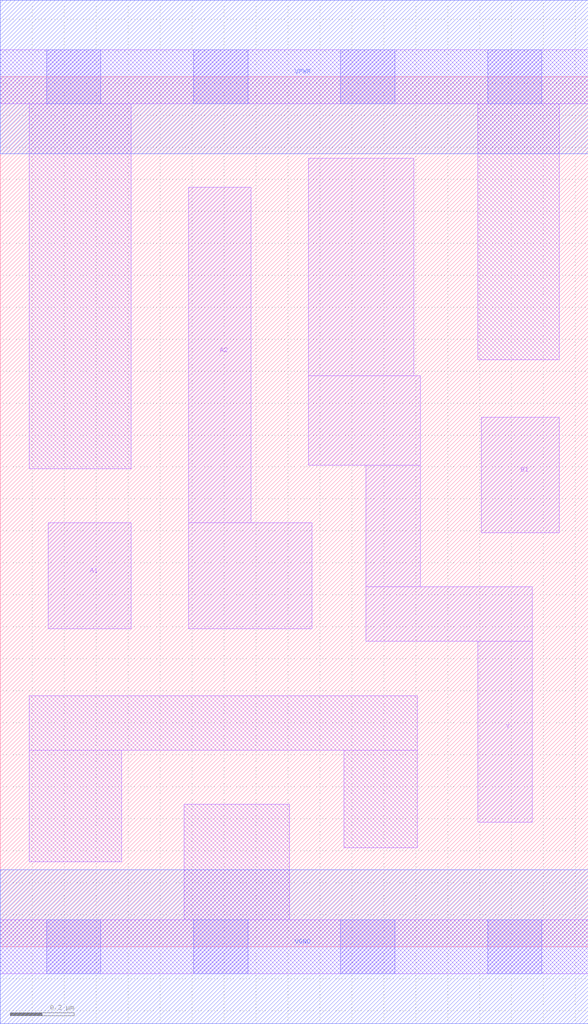
<source format=lef>
# Copyright 2020 The SkyWater PDK Authors
#
# Licensed under the Apache License, Version 2.0 (the "License");
# you may not use this file except in compliance with the License.
# You may obtain a copy of the License at
#
#     https://www.apache.org/licenses/LICENSE-2.0
#
# Unless required by applicable law or agreed to in writing, software
# distributed under the License is distributed on an "AS IS" BASIS,
# WITHOUT WARRANTIES OR CONDITIONS OF ANY KIND, either express or implied.
# See the License for the specific language governing permissions and
# limitations under the License.
#
# SPDX-License-Identifier: Apache-2.0

VERSION 5.7 ;
  NOWIREEXTENSIONATPIN ON ;
  DIVIDERCHAR "/" ;
  BUSBITCHARS "[]" ;
UNITS
  DATABASE MICRONS 200 ;
END UNITS
MACRO sky130_fd_sc_hd__o21ai_1
  CLASS CORE ;
  FOREIGN sky130_fd_sc_hd__o21ai_1 ;
  ORIGIN  0.000000  0.000000 ;
  SIZE  1.840000 BY  2.720000 ;
  SYMMETRY X Y R90 ;
  SITE unithd ;
  PIN A1
    ANTENNAGATEAREA  0.247500 ;
    DIRECTION INPUT ;
    USE SIGNAL ;
    PORT
      LAYER li1 ;
        RECT 0.150000 0.995000 0.410000 1.325000 ;
    END
  END A1
  PIN A2
    ANTENNAGATEAREA  0.247500 ;
    DIRECTION INPUT ;
    USE SIGNAL ;
    PORT
      LAYER li1 ;
        RECT 0.590000 0.995000 0.975000 1.325000 ;
        RECT 0.590000 1.325000 0.785000 2.375000 ;
    END
  END A2
  PIN B1
    ANTENNAGATEAREA  0.202500 ;
    DIRECTION INPUT ;
    USE SIGNAL ;
    PORT
      LAYER li1 ;
        RECT 1.505000 1.295000 1.750000 1.655000 ;
    END
  END B1
  PIN Y
    ANTENNADIFFAREA  0.517000 ;
    DIRECTION OUTPUT ;
    USE SIGNAL ;
    PORT
      LAYER li1 ;
        RECT 0.965000 1.505000 1.315000 1.785000 ;
        RECT 0.965000 1.785000 1.295000 2.465000 ;
        RECT 1.145000 0.955000 1.665000 1.125000 ;
        RECT 1.145000 1.125000 1.315000 1.505000 ;
        RECT 1.495000 0.390000 1.665000 0.955000 ;
    END
  END Y
  PIN VGND
    DIRECTION INOUT ;
    SHAPE ABUTMENT ;
    USE GROUND ;
    PORT
      LAYER met1 ;
        RECT 0.000000 -0.240000 1.840000 0.240000 ;
    END
  END VGND
  PIN VPWR
    DIRECTION INOUT ;
    SHAPE ABUTMENT ;
    USE POWER ;
    PORT
      LAYER met1 ;
        RECT 0.000000 2.480000 1.840000 2.960000 ;
    END
  END VPWR
  OBS
    LAYER li1 ;
      RECT 0.000000 -0.085000 1.840000 0.085000 ;
      RECT 0.000000  2.635000 1.840000 2.805000 ;
      RECT 0.090000  0.265000 0.380000 0.615000 ;
      RECT 0.090000  0.615000 1.305000 0.785000 ;
      RECT 0.090000  1.495000 0.410000 2.635000 ;
      RECT 0.575000  0.085000 0.905000 0.445000 ;
      RECT 1.075000  0.310000 1.305000 0.615000 ;
      RECT 1.495000  1.835000 1.750000 2.635000 ;
    LAYER mcon ;
      RECT 0.145000 -0.085000 0.315000 0.085000 ;
      RECT 0.145000  2.635000 0.315000 2.805000 ;
      RECT 0.605000 -0.085000 0.775000 0.085000 ;
      RECT 0.605000  2.635000 0.775000 2.805000 ;
      RECT 1.065000 -0.085000 1.235000 0.085000 ;
      RECT 1.065000  2.635000 1.235000 2.805000 ;
      RECT 1.525000 -0.085000 1.695000 0.085000 ;
      RECT 1.525000  2.635000 1.695000 2.805000 ;
  END
END sky130_fd_sc_hd__o21ai_1
END LIBRARY

</source>
